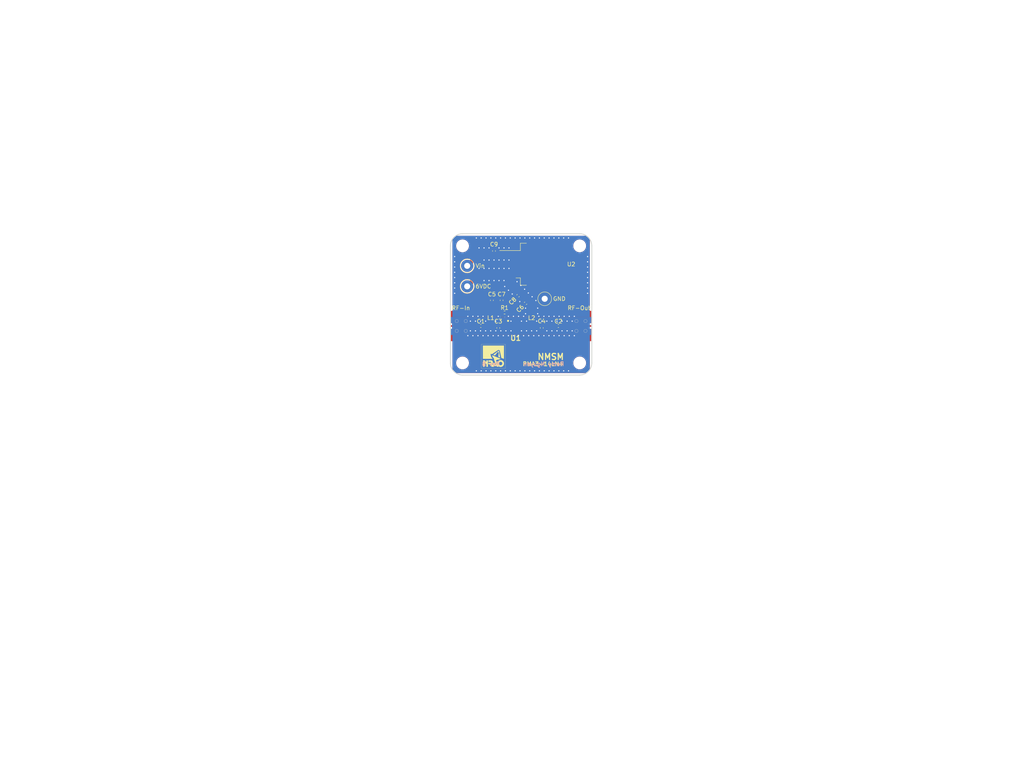
<source format=kicad_pcb>
(kicad_pcb (version 20221018) (generator pcbnew)
  (layers (0 "F.Cu" signal) (1 "In1.Cu" signal) (2 "In2.Cu" signal) (31 "B.Cu" signal) (34 "B.Paste" user) (35 "F.Paste" user) (36 "B.SilkS" user "B.Silkscreen") (37 "F.SilkS" user "F.Silkscreen") (38 "B.Mask" user) (39 "F.Mask" user) (44 "Edge.Cuts" user))
  (net 0 "")
  (net 1 "Net-(J1-In)")
  (net 2 "Net-(J2-In)")
  (net 3 "GND")
  (net 4 "6VDC")
  (net 5 "Vin")
  (net 7 "Net-(IC1-RF-OUT_&_VDD)")
  (net 8 "Net-(IC1-RF-IN)")
  (net 9 "Net-(IC1-CURRENT_MIRROR)")
  (footprint "Capacitor_SMD:C_0402_1005Metric" (layer "F.Cu") (at 132.02 93.35)
    (fp_text reference "C1" (at 0 -1.16) (layer "F.SilkS"))
    (fp_text value "0.01 uF")
    (pad "1" smd roundrect (at -0.48 0) (size 0.56 0.37) (layers "F.Cu" "F.Paste" "F.Mask") (net 1 "Net-(J1-In)"))
    (pad "2" smd roundrect (at 0.48 0) (size 0.56 0.37) (layers "F.Cu" "F.Paste" "F.Mask") (net 8 "Net-(IC1-RF-IN)"))
  )
  (footprint "Package_TO_SOT_SMD:TO-263-2" (layer "F.Cu") (at 146.65 78.05)
    (fp_text reference "U2" (at 7.75 0) (layer "F.SilkS"))
    (fp_text value "L7806")
    (pad "1" smd roundrect (at -7.65 -2.54) (size 4.6 1.1) (layers "F.Cu" "F.Paste" "F.Mask") (roundrect_rratio 0.2272727273) (net 5 "Vin"))
    (pad "2" smd roundrect (at -0.925 -2.775) (size 4.55 5.25) (layers "F.Cu" "F.Paste") (roundrect_rratio 0.05494505495) (net 3 "GND"))
    (pad "2" smd roundrect (at -0.925 2.775) (size 4.55 5.25) (layers "F.Cu" "F.Paste") (roundrect_rratio 0.05494505495) (net 3 "GND"))
    (pad "2" smd roundrect (at 1.5 0) (size 9.4 10.8) (layers "F.Cu" "F.Mask") (roundrect_rratio 0.02659595745) (net 3 "GND"))
    (pad "2" smd roundrect (at 3.925 -2.775) (size 4.55 5.25) (layers "F.Cu" "F.Paste") (roundrect_rratio 0.05494505495) (net 3 "GND"))
    (pad "2" smd roundrect (at 3.925 2.775) (size 4.55 5.25) (layers "F.Cu" "F.Paste") (roundrect_rratio 0.05494505495) (net 3 "GND"))
    (pad "3" smd roundrect (at -7.65 2.54) (size 4.6 1.1) (layers "F.Cu" "F.Paste" "F.Mask") (roundrect_rratio 0.2272727273) (net 4 "6VDC"))
  )
  (footprint "Capacitor_SMD:C_0402_1005Metric" (layer "F.Cu") (at 135.29 74.77 90)
    (fp_text reference "C9" (at 1.65 0) (layer "F.SilkS"))
    (fp_text value "0.33 uF")
    (pad "1" smd roundrect (at -0.48 0 90) (size 0.56 0.62) (layers "F.Cu" "F.Paste" "F.Mask") (net 5 "Vin"))
    (pad "2" smd roundrect (at 0.48 0 90) (size 0.56 0.62) (layers "F.Cu" "F.Paste" "F.Mask") (net 3 "GND"))
  )
  (footprint "Capacitor_SMD:C_0402_1005Metric" (layer "F.Cu") (at 143.11 87.72 -135)
    (fp_text reference "C6" (at 1.9 0 45) (layer "F.SilkS"))
    (fp_text value "100 pF")
    (pad "1" smd roundrect (at -0.48 0 225) (size 0.56 0.62) (layers "F.Cu" "F.Paste" "F.Mask") (net 4 "6VDC"))
    (pad "2" smd roundrect (at 0.48 0 225) (size 0.56 0.62) (layers "F.Cu" "F.Paste" "F.Mask") (net 3 "GND"))
  )
  (footprint "Capacitor_SMD:C_0402_1005Metric" (layer "F.Cu") (at 134.77 86.99 -90)
    (fp_text reference "C5" (at -1.5 0 -180) (layer "F.SilkS"))
    (fp_text value "100 pF")
    (pad "1" smd roundrect (at -0.48 0 270) (size 0.56 0.62) (layers "F.Cu" "F.Paste" "F.Mask") (net 3 "GND"))
    (pad "2" smd roundrect (at 0.48 0 270) (size 0.56 0.62) (layers "F.Cu" "F.Paste" "F.Mask") (net 9 "Net-(IC1-CURRENT_MIRROR)"))
  )
  (footprint "TestPoint:TestPoint_Loop_D2.54mm_Drill1.5mm_Beaded" (layer "F.Cu") (at 147.84 86.61)
    (fp_text reference "TP1")
    (fp_text value "GND")
    (fp_text user "GND" (at 2 0) (layer "F.SilkS") (effects (justify left)))
    (pad "1" thru_hole circle (at 0 0) (size 3 3) (drill 1.5) (layers "*.Cu" "*.Mask") (net 3 "GND"))
  )
  (footprint "Mini-Circuits:QFN51P300X300X89-13N" (layer "F.Cu") (at 140.65 93.35)
    (fp_text reference "U1" (at 0 3) (layer "F.SilkS") (effects (font (size 1.27 1.27) (thickness 0.254))))
    (fp_text value "PMA3-14LN+" hide)
    (pad "1" smd rect (at -1.45 -0.51 90) (size 0.25 0.85) (layers "F.Cu" "F.Paste" "F.Mask") (net 9 "Net-(IC1-CURRENT_MIRROR)"))
    (pad "2" smd rect (at -1.45 0 90) (size 0.25 0.85) (layers "F.Cu" "F.Paste" "F.Mask") (net 8 "Net-(IC1-RF-IN)"))
    (pad "3" smd rect (at -1.45 0.51 90) (size 0.25 0.85) (layers "F.Cu" "F.Paste" "F.Mask") (net 3 "GND"))
    (pad "4" smd rect (at -0.51 1.45) (size 0.25 0.85) (layers "F.Cu" "F.Paste" "F.Mask") (net 3 "GND"))
    (pad "5" smd rect (at 0 1.45) (size 0.25 0.85) (layers "F.Cu" "F.Paste" "F.Mask") (net 3 "GND"))
    (pad "6" smd rect (at 0.51 1.45) (size 0.25 0.85) (layers "F.Cu" "F.Paste" "F.Mask") (net 3 "GND"))
    (pad "7" smd rect (at 1.45 0.51 90) (size 0.25 0.85) (layers "F.Cu" "F.Paste" "F.Mask") (net 3 "GND"))
    (pad "8" smd rect (at 1.45 0 90) (size 0.25 0.85) (layers "F.Cu" "F.Paste" "F.Mask") (net 7 "Net-(IC1-RF-OUT_&_VDD)"))
    (pad "9" smd rect (at 1.45 -0.51 90) (size 0.25 0.85) (layers "F.Cu" "F.Paste" "F.Mask") (net 3 "GND"))
    (pad "10" smd rect (at 0.51 -1.45) (size 0.25 0.85) (layers "F.Cu" "F.Paste" "F.Mask"))
    (pad "11" smd rect (at 0 -1.45) (size 0.25 0.85) (layers "F.Cu" "F.Paste" "F.Mask") (net 3 "GND"))
    (pad "12" smd rect (at -0.51 -1.45) (size 0.25 0.85) (layers "F.Cu" "F.Paste" "F.Mask") (net 3 "GND"))
    (pad "13" smd rect (at 0 0) (size 1.45 1.45) (layers "F.Cu" "F.Paste" "F.Mask") (net 3 "GND"))
  )
  (footprint "Capacitor_SMD:C_0402_1005Metric" (layer "F.Cu") (at 147.11 93.83 90)
    (fp_text reference "C4" (at 1.68 0 180) (layer "F.SilkS"))
    (fp_text value "0.1 pF")
    (pad "1" smd roundrect (at -0.48 0 90) (size 0.56 0.62) (layers "F.Cu" "F.Paste" "F.Mask") (net 3 "GND"))
    (pad "2" smd roundrect (at 0.48 0 90) (size 0.37 0.72) (layers "F.Cu" "F.Paste" "F.Mask") (net 7 "Net-(IC1-RF-OUT_&_VDD)"))
  )
  (footprint "rf-dfs:Mueller BU-1420761881-RevB" (layer "F.Cu") (at 154.96 93.35 180)
    (fp_text reference "J2")
    (fp_text value "Conn_Coaxial")
    (fp_text user "RF-Out" (at -4.29 4.46 180) (layer "F.SilkS") (effects (justify right)))
    (fp_circle (center -2.9718 -1.2192) (end -2.5654 -1.2192) (stroke (width 0.05)) (fill none) (layer "Edge.Cuts"))
    (fp_circle (center -2.9718 1.2192) (end -2.5654 1.2192) (stroke (width 0.05)) (fill none) (layer "Edge.Cuts"))
    (fp_circle (center -0.7366 -1.2192) (end -0.3302 -1.2192) (stroke (width 0.05)) (fill none) (layer "Edge.Cuts"))
    (fp_circle (center -0.7366 1.2192) (end -0.3302 1.2192) (stroke (width 0.05)) (fill none) (layer "Edge.Cuts"))
    (pad "1" smd rect (at -1.8542 0 180) (size 5.08 0.41) (layers "F.Cu" "F.Paste" "F.Mask") (net 2 "Net-(J2-In)"))
    (pad "2" smd rect (at -1.8542 -2.2292 180) (size 5.08 3.048) (layers "F.Cu" "F.Paste" "F.Mask") (net 3 "GND"))
    (pad "2" smd rect (at -1.8542 -1.4672 180) (size 5.08 1.524) (layers "B.Cu" "B.Paste" "B.Mask") (net 3 "GND"))
    (pad "2" smd rect (at -1.8542 1.4672 180) (size 5.08 1.524) (layers "B.Cu" "B.Paste" "B.Mask") (net 3 "GND"))
    (pad "2" smd rect (at -1.8542 2.2292 180) (size 5.08 3.048) (layers "F.Cu" "F.Paste" "F.Mask") (net 3 "GND"))
    (zone (net 0) (net_name "") (layer "F.Cu") (name "F.Cu Pad Clearance") (connect_pads (clearance 0)) (min_thickness 0.25)
      (keepout (tracks allowed) (vias not_allowed) (pads allowed) (copperpour not_allowed) (footprints allowed))
      (fill (thermal_gap 0.5) (thermal_bridge_width 0.5))
      (polygon (pts (xy 159.3542 94.05612) (xy 154.2742 94.05612) (xy 154.2742 92.64388) (xy 159.3542 92.64388)))
    )
  )
  (footprint "FabDrawingTemplates:FabDrawing-4Layer-Metric-Compact-OSH" (layer "F.Cu") (at 55.5 135.5)
    (fp_text reference " " hide)
    (fp_text value " " hide)
  )
  (footprint "Capacitor_SMD:C_0402_1005Metric" (layer "F.Cu") (at 136.35 93.83 90)
    (fp_text reference "C3" (at 1.63 0 180) (layer "F.SilkS"))
    (fp_text value "0.2 pF")
    (pad "1" smd roundrect (at -0.48 0 90) (size 0.56 0.62) (layers "F.Cu" "F.Paste" "F.Mask") (net 3 "GND"))
    (pad "2" smd roundrect (at 0.48 0 90) (size 0.37 0.72) (layers "F.Cu" "F.Paste" "F.Mask") (net 8 "Net-(IC1-RF-IN)"))
  )
  (footprint "TestPoint:TestPoint_Loop_D2.54mm_Drill1.5mm_Beaded" (layer "F.Cu") (at 128.65 83.53)
    (fp_text reference "TP3")
    (fp_text value "6VDC")
    (fp_text user "6VDC" (at 2 0) (layer "F.SilkS") (effects (justify left)))
    (pad "1" thru_hole circle (at 0 0) (size 3 3) (drill 1.5) (layers "*.Cu" "*.Mask") (net 4 "6VDC"))
  )
  (footprint "MountingHole:MountingHole_2.7mm_M2.5" (layer "F.Cu") (at 156.5 102.5)
    (fp_text reference "REF**" hide)
    (fp_text value "MountingHole_2.7mm_M2.5" hide)
    (pad "" np_thru_hole circle (at 0 0) (size 2.7 2.7) (drill 2.7) (layers "*.Mask" "F.Cu" "In1.Cu" "In2.Cu" "B.Cu"))
  )
  (footprint "Capacitor_SMD:C_0402_1005Metric" (layer "F.Cu") (at 137.17 86.99 -90)
    (fp_text reference "C7" (at -1.5 0 -180) (layer "F.SilkS"))
    (fp_text value "0.1 uF")
    (pad "1" smd roundrect (at -0.48 0 270) (size 0.56 0.62) (layers "F.Cu" "F.Paste" "F.Mask") (net 3 "GND"))
    (pad "2" smd roundrect (at 0.48 0 270) (size 0.56 0.62) (layers "F.Cu" "F.Paste" "F.Mask") (net 9 "Net-(IC1-CURRENT_MIRROR)"))
  )
  (footprint "Capacitor_SMD:C_0402_1005Metric" (layer "F.Cu") (at 151.23 93.35)
    (fp_text reference "C2" (at 0 -1.16) (layer "F.SilkS"))
    (fp_text value "0.01 uF")
    (pad "1" smd roundrect (at -0.48 0) (size 0.56 0.37) (layers "F.Cu" "F.Paste" "F.Mask") (net 7 "Net-(IC1-RF-OUT_&_VDD)"))
    (pad "2" smd roundrect (at 0.48 0) (size 0.56 0.37) (layers "F.Cu" "F.Paste" "F.Mask") (net 2 "Net-(J2-In)"))
  )
  (footprint "Resistor_SMD:R_0402_1005Metric" (layer "F.Cu") (at 137.91 90)
    (fp_text reference "R1" (at 0 -1.17) (layer "F.SilkS"))
    (fp_text value "510 Ω")
    (pad "1" smd roundrect (at -0.51 0) (size 0.54 0.64) (layers "F.Cu" "F.Paste" "F.Mask") (net 9 "Net-(IC1-CURRENT_MIRROR)"))
    (pad "2" smd roundrect (at 0.51 0) (size 0.54 0.64) (layers "F.Cu" "F.Paste" "F.Mask") (net 3 "GND"))
  )
  (footprint "Inductor_SMD:L_0402_1005Metric" (layer "F.Cu") (at 144.6 92.865 -90)
    (fp_text reference "L2" (at -1.525 0) (layer "F.SilkS"))
    (fp_text value "900 nH")
    (pad "1" smd rect (at -0.485 0 270) (size 0.59 0.64) (layers "F.Cu" "F.Paste" "F.Mask") (net 4 "6VDC") (clearance 0.3))
    (pad "2" smd roundrect (at 0.485 0 270) (size 0.37 0.72) (layers "F.Cu" "F.Paste" "F.Mask") (net 7 "Net-(IC1-RF-OUT_&_VDD)"))
  )
  (footprint "TestPoint:TestPoint_Loop_D2.54mm_Drill1.5mm_Beaded" (layer "F.Cu") (at 128.65 78.45)
    (fp_text reference "TP2")
    (fp_text value "Vin")
    (fp_text user "Vin" (at 2 0) (layer "F.SilkS") (effects (justify left)))
    (pad "1" thru_hole circle (at 0 0) (size 3 3) (drill 1.5) (layers "*.Cu" "*.Mask") (net 5 "Vin"))
  )
  (footprint "Capacitor_SMD:C_0402_1005Metric" (layer "F.Cu") (at 141.24 85.85 -135)
    (fp_text reference "C8" (at 1.9 0 45) (layer "F.SilkS"))
    (fp_text value "0.1 uf")
    (pad "1" smd roundrect (at -0.48 0 225) (size 0.56 0.62) (layers "F.Cu" "F.Paste" "F.Mask") (net 4 "6VDC"))
    (pad "2" smd roundrect (at 0.48 0 225) (size 0.56 0.62) (layers "F.Cu" "F.Paste" "F.Mask") (net 3 "GND"))
  )
  (footprint "footprints.pretty:nrao1_6mm_silk" (layer "F.Cu") (at 135.15 100.85)
    (fp_text reference "G***" hide)
    (fp_text value "LOGO" hide)
  )
  (footprint "rf-dfs:GCPW_osh3_90mm_user" (layer "F.Cu") (at 207 147.5)
    (fp_text reference "REF**" hide)
    (fp_text value "LOGO" hide)
  )
  (footprint "Inductor_SMD:L_0402_1005Metric" (layer "F.Cu") (at 134.47 92.865 -90)
    (fp_text reference "L1" (at -1.535 0) (layer "F.SilkS"))
    (fp_text value "900 nH")
    (pad "1" smd rect (at -0.485 0 270) (size 0.59 0.64) (layers "F.Cu" "F.Paste" "F.Mask") (net 9 "Net-(IC1-CURRENT_MIRROR)") (clearance 0.3))
    (pad "2" smd roundrect (at 0.485 0 270) (size 0.37 0.72) (layers "F.Cu" "F.Paste" "F.Mask") (net 8 "Net-(IC1-RF-IN)"))
  )
  (footprint "MountingHole:MountingHole_2.7mm_M2.5" (layer "F.Cu") (at 156.5 73.5)
    (fp_text reference "REF**" hide)
    (fp_text value "MountingHole_2.7mm_M2.5" hide)
    (pad "" np_thru_hole circle (at 0 0) (size 2.7 2.7) (drill 2.7) (layers "*.Mask" "F.Cu" "In1.Cu" "In2.Cu" "B.Cu"))
  )
  (footprint "MountingHole:MountingHole_2.7mm_M2.5" (layer "F.Cu") (at 127.5 73.5)
    (fp_text reference "REF**" hide)
    (fp_text value "MountingHole_2.7mm_M2.5" hide)
    (pad "" np_thru_hole circle (at 0 0) (size 2.7 2.7) (drill 2.7) (layers "*.Mask" "F.Cu" "In1.Cu" "In2.Cu" "B.Cu"))
  )
  (footprint "rf-dfs:Mueller BU-1420761881-RevB" (layer "F.Cu") (at 129.04 93.35)
    (fp_text reference "J1")
    (fp_text value "Conn_Coaxial")
    (fp_text user "RF-In" (at -4.28 -4.44) (layer "F.SilkS") (effects (justify left)))
    (fp_circle (center -2.9718 -1.2192) (end -2.5654 -1.2192) (stroke (width 0.05)) (fill none) (layer "Edge.Cuts"))
    (fp_circle (center -2.9718 1.2192) (end -2.5654 1.2192) (stroke (width 0.05)) (fill none) (layer "Edge.Cuts"))
    (fp_circle (center -0.7366 -1.2192) (end -0.3302 -1.2192) (stroke (width 0.05)) (fill none) (layer "Edge.Cuts"))
    (fp_circle (center -0.7366 1.2192) (end -0.3302 1.2192) (stroke (width 0.05)) (fill none) (layer "Edge.Cuts"))
    (pad "1" smd rect (at -1.8542 0) (size 5.08 0.41) (layers "F.Cu" "F.Paste" "F.Mask") (net 1 "Net-(J1-In)"))
    (pad "2" smd rect (at -1.8542 -2.2292) (size 5.08 3.048) (layers "F.Cu" "F.Paste" "F.Mask") (net 3 "GND"))
    (pad "2" smd rect (at -1.8542 -1.4672) (size 5.08 1.524) (layers "B.Cu" "B.Paste" "B.Mask") (net 3 "GND"))
    (pad "2" smd rect (at -1.8542 1.4672) (size 5.08 1.524) (layers "B.Cu" "B.Paste" "B.Mask") (net 3 "GND"))
    (pad "2" smd rect (at -1.8542 2.2292) (size 5.08 3.048) (layers "F.Cu" "F.Paste" "F.Mask") (net 3 "GND"))
    (zone (net 0) (net_name "") (layer "F.Cu") (name "F.Cu Pad Clearance") (connect_pads (clearance 0)) (min_thickness 0.25)
      (keepout (tracks allowed) (vias not_allowed) (pads allowed) (copperpour not_allowed) (footprints allowed))
      (fill (thermal_gap 0.5) (thermal_bridge_width 0.5))
      (polygon (pts (xy 124.6458 92.64388) (xy 129.7258 92.64388) (xy 129.7258 94.05612) (xy 124.6458 94.05612)))
    )
  )
  (footprint "MountingHole:MountingHole_2.7mm_M2.5" (layer "F.Cu") (at 127.5 102.5)
    (fp_text reference "REF**" hide)
    (fp_text value "MountingHole_2.7mm_M2.5" hide)
    (pad "" np_thru_hole circle (at 0 0) (size 2.7 2.7) (drill 2.7) (layers "*.Cu" "*.Mask"))
  )
  (gr_arc (start 159.500001 102.500001) (mid 158.621321 104.621321) (end 156.500001 105.500001) (stroke (width 0.2)) (layer "Edge.Cuts"))
  (gr_line (start 159.5 88) (end 159.500001 73.499999) (stroke (width 0.2)) (layer "Edge.Cuts"))
  (gr_arc (start 124.5 73.5) (mid 125.37868 71.37868) (end 127.5 70.5) (stroke (width 0.2)) (layer "Edge.Cuts"))
  (gr_line (start 156.500001 70.499999) (end 127.5 70.5) (stroke (width 0.2)) (layer "Edge.Cuts"))
  (gr_arc (start 156.500001 70.499999) (mid 158.621321 71.378679) (end 159.500001 73.499999) (stroke (width 0.2)) (layer "Edge.Cuts"))
  (gr_line (start 159.500001 102.500001) (end 159.5 88) (stroke (width 0.2)) (layer "Edge.Cuts"))
  (gr_line (start 127.499999 105.500001) (end 156.500001 105.500001) (stroke (width 0.2)) (layer "Edge.Cuts"))
  (gr_line (start 124.5 73.5) (end 124.5 88) (stroke (width 0.2)) (layer "Edge.Cuts"))
  (gr_arc (start 127.499999 105.500001) (mid 125.378679 104.621321) (end 124.499999 102.500001) (stroke (width 0.2)) (layer "Edge.Cuts"))
  (gr_line (start 124.5 88) (end 124.499999 102.500001) (stroke (width 0.2)) (layer "Edge.Cuts"))
  (gr_text "Remy Nguyen" (at 152.75 103.35) (layer "B.SilkS") (effects (font (size 1 1) (thickness 0.2) bold) (justify left bottom mirror)))
  (gr_text "Rev B" (at 132.2 103.35) (layer "B.SilkS") (effects (font (size 1 1) (thickness 0.2) bold) (justify right bottom mirror)))
  (gr_text "NMSM\n" (at 152.75 101.85) (layer "F.SilkS") (effects (font (size 1.5 1.5) (thickness 0.3) bold) (justify right bottom)))
  (gr_text "PMA3-14LN+" (at 152.75 103.35) (layer "F.SilkS") (effects (font (size 1 1) (thickness 0.2) bold) (justify right bottom)))
  (segment (start 127.1858 93.35) (end 131.54 93.35) (width 0.37) (layer "F.Cu") (net 1))
  (segment (start 151.71 93.35) (end 156.8142 93.35) (width 0.37) (layer "F.Cu") (net 2))
  (segment (start 148.36 74.35) (end 148.4 74.39) (width 0.25) (layer "F.Cu") (net 3))
  (via (at 136.92439 104.45) (size 0.6) (drill 0.3) (layers "F.Cu" "B.Cu") (net 3))
  (via (at 145.66066 87.03934) (size 0.6) (drill 0.3) (layers "F.Cu" "B.Cu") (net 3))
  (via (at 131.3222 90.95) (size 0.6) (drill 0.3) (layers "F.Cu" "B.Cu") (net 3))
  (via (at 150.87745 94.55) (size 0.6) (drill 0.3) (layers "F.Cu" "B.Cu") (net 3))
  (via (at 131.3222 95.75) (size 0.6) (drill 0.3) (layers "F.Cu" "B.Cu") (net 3))
  (via (at 133.318292 71.55) (size 0.6) (drill 0.3) (layers "F.Cu" "B.Cu") (net 3))
  (via (at 146.1 90.305) (size 0.6) (drill 0.3) (layers "F.Cu" "B.Cu") (net 3))
  (via (at 129.4472 94.55) (size 0.6) (drill 0.3) (layers "F.Cu" "B.Cu") (net 3))
  (via (at 135.72395 94.55) (size 0.6) (drill 0.3) (layers "F.Cu" "B.Cu") (net 3))
  (via (at 130.06535 95.75) (size 0.6) (drill 0.3) (layers "F.Cu" "B.Cu") (net 3))
  (via (at 153.38815 94.55) (size 0.6) (drill 0.3) (layers "F.Cu" "B.Cu") (net 3))
  (via (at 153.741463 104.45) (size 0.6) (drill 0.3) (layers "F.Cu" "B.Cu") (net 3))
  (via (at 142.930487 104.45) (size 0.6) (drill 0.3) (layers "F.Cu" "B.Cu") (net 3))
  (via (at 138.8543 95.75) (size 0.6) (drill 0.3) (layers "F.Cu" "B.Cu") (net 3))
  (via (at 130.70255 94.55) (size 0.6) (drill 0.3) (layers "F.Cu" "B.Cu") (net 3))
  (via (at 158.45 85.25) (size 0.6) (drill 0.3) (layers "F.Cu" "B.Cu") (net 3))
  (via (at 136.53 82.09) (size 0.6) (drill 0.3) (layers "F.Cu" "B.Cu") (net 3))
  (via (at 145.85605 94.55) (size 0.6) (drill 0.3) (layers "F.Cu" "B.Cu") (net 3))
  (via (at 130.918292 104.45) (size 0.6) (drill 0.3) (layers "F.Cu" "B.Cu") (net 3))
  (via (at 148.8971 95.75) (size 0.6) (drill 0.3) (layers "F.Cu" "B.Cu") (net 3))
  (via (at 128.81 90.95) (size 0.6) (drill 0.3) (layers "F.Cu" "B.Cu") (net 3))
  (via (at 144.727326 86.106006) (size 0.6) (drill 0.3) (layers "F.Cu" "B.Cu") (net 3))
  (via (at 136.53 74.01) (size 0.6) (drill 0.3) (layers "F.Cu" "B.Cu") (net 3))
  (via (at 152.1328 92.15) (size 0.6) (drill 0.3) (layers "F.Cu" "B.Cu") (net 3))
  (via (at 142.928048 71.55) (size 0.6) (drill 0.3) (layers "F.Cu" "B.Cu") (net 3))
  (via (at 148.934146 71.55) (size 0.6) (drill 0.3) (layers "F.Cu" "B.Cu") (net 3))
  (via (at 136.53 77.01) (size 0.6) (drill 0.3) (layers "F.Cu" "B.Cu") (net 3))
  (via (at 135.72395 92.15) (size 0.6) (drill 0.3) (layers "F.Cu" "B.Cu") (net 3))
  (via (at 132.825 82.09) (size 0.6) (drill 0.3) (layers "F.Cu" "B.Cu") (net 3))
  (via (at 145.13105 95.75) (size 0.6) (drill 0.3) (layers "F.Cu" "B.Cu") (net 3))
  (via (at 147.732926 71.55) (size 0.6) (drill 0.3) (layers "F.Cu" "B.Cu") (net 3))
  (via (at 143.34535 94.55) (size 0.6) (drill 0.3) (layers "F.Cu" "B.Cu") (net 3))
  (via (at 140.993993 82.372673) (size 0.6) (drill 0.3) (layers "F.Cu" "B.Cu") (net 3))
  (via (at 151.336585 71.55) (size 0.6) (drill 0.3) (layers "F.Cu" "B.Cu") (net 3))
  (via (at 142.86066 84.23934) (size 0.6) (drill 0.3) (layers "F.Cu" "B.Cu") (net 3))
  (via (at 138.12317 71.55) (size 0.6) (drill 0.3) (layers "F.Cu" "B.Cu") (net 3))
  (via (at 152.537804 71.55) (size 0.6) (drill 0.3) (layers "F.Cu" "B.Cu") (net 3))
  (via (at 152.665 90.95) (size 0.6) (drill 0.3) (layers "F.Cu" "B.Cu") (net 3))
  (via (at 150.15245 90.95) (size 0.6) (drill 0.3) (layers "F.Cu" "B.Cu") (net 3))
  (via (at 148.936585 104.45) (size 0.6) (drill 0.3) (layers "F.Cu" "B.Cu") (net 3))
  (via (at 142.09 92.15) (size 0.6) (drill 0.3) (layers "F.Cu" "B.Cu") (net 3))
  (via (at 134.521951 104.45) (size 0.6) (drill 0.3) (layers "F.Cu" "B.Cu") (net 3))
  (via (at 158.45 78.75) (size 0.6) (drill 0.3) (layers "F.Cu" "B.Cu") (net 3))
  (via (at 135.08825 95.75) (size 0.6) (drill 0.3) (layers "F.Cu" "B.Cu") (net 3))
  (via (at 137.765 82.09) (size 0.6) (drill 0.3) (layers "F.Cu" "B.Cu") (net 3))
  (via (at 132.117073 71.55) (size 0.6) (drill 0.3) (layers "F.Cu" "B.Cu") (net 3))
  (via (at 125.55 80.05) (size 0.6) (drill 0.3) (layers "F.Cu" "B.Cu") (net 3))
  (via (at 141.365 90.95) (size 0.6) (drill 0.3) (layers "F.Cu" "B.Cu") (net 3))
  (via (at 132.825 74.01) (size 0.6) (drill 0.3) (layers "F.Cu" "B.Cu") (net 3))
  (via (at 143.793993 85.172673) (size 0.6) (drill 0.3) (layers "F.Cu" "B.Cu") (net 3))
  (via (at 131.59 74.01) (size 0.6) (drill 0.3) (layers "F.Cu" "B.Cu") (net 3))
  (via (at 136.3436 90.95) (size 0.6) (drill 0.3) (layers "F.Cu" "B.Cu") (net 3))
  (via (at 138.125609 104.45) (size 0.6) (drill 0.3) (layers "F.Cu" "B.Cu") (net 3))
  (via (at 133.21325 94.55) (size 0.6) (drill 0.3) (layers "F.Cu" "B.Cu") (net 3))
  (via (at 141.927326 83.306006) (size 0.6) (drill 0.3) (layers "F.Cu" "B.Cu") (net 3))
  (via (at 130.70255 92.15) (size 0.6) (drill 0.3) (layers "F.Cu" "B.Cu") (net 3))
  (via (at 150.87745 92.15) (size 0.6) (drill 0.3) (layers "F.Cu" "B.Cu") (net 3))
  (via (at 142.09 94.55) (size 0.6) (drill 0.3) (layers "F.Cu" "B.Cu") (net 3))
  (via (at 147.64175 90.95) (size 0.6) (drill 0.3) (layers "F.Cu" "B.Cu") (net 3))
  (via (at 132.825 77.01) (size 0.6) (drill 0.3) (layers "F.Cu" "B.Cu") (net 3))
  (via (at 155.1757 95.75) (size 0.6) (drill 0.3) (layers "F.Cu" "B.Cu") (net 3))
  (via (at 145.330487 71.55) (size 0.6) (drill 0.3) (layers "F.Cu" "B.Cu") (net 3))
  (via (at 141.365 95.75) (size 0.6) (drill 0.3) (layers "F.Cu" "B.Cu") (net 3))
  (via (at 152.1328 94.55) (size 0.6) (drill 0.3) (layers "F.Cu" "B.Cu") (net 3))
  (via (at 147.64175 95.75) (size 0.6) (drill 0.3) (layers "F.Cu" "B.Cu") (net 3))
  (via (at 130.915853 71.55) (size 0.6) (drill 0.3) (layers "F.Cu" "B.Cu") (net 3))
  (via (at 138.8543 90.95) (size 0.6) (drill 0.3) (layers "F.Cu" "B.Cu") (net 3))
  (via (at 130.06535 90.95) (size 0.6) (drill 0.3) (layers "F.Cu" "B.Cu") (net 3))
  (via (at 151.4078 95.75) (size 0.6) (drill 0.3) (layers "F.Cu" "B.Cu") (net 3))
  (via (at 144.129268 71.55) (size 0.6) (drill 0.3) (layers "F.Cu" "B.Cu") (net 3))
  (via (at 152.540243 104.45) (size 0.6) (drill 0.3) (layers "F.Cu" "B.Cu") (net 3))
  (via (at 125.55 82.65) (size 0.6) (drill 0.3) (layers "F.Cu" "B.Cu") (net 3))
  (via (at 153.92035 90.95) (size 0.6) (drill 0.3) (layers "F.Cu" "B.Cu") (net 3))
  (via (at 131.59 79.09) (size 0.6) (drill 0.3) (layers "F.Cu" "B.Cu") (net 3))
  (via (at 150.137804 104.45) (size 0.6) (drill 0.3) (layers "F.Cu" "B.Cu") (net 3))
  (via (at 128.81 95.75) (size 0.6) (drill 0.3) (layers "F.Cu" "B.Cu") (net 3))
  (via (at 132.119512 104.45) (size 0.6) (drill 0.3) (layers "F.Cu" "B.Cu") (net 3))
  (via (at 141.726829 71.55) (size 0.6) (drill 0.3) (layers "F.Cu" "B.Cu") (net 3))
  (via (at 135.295 82.09) (size 0.6) (drill 0.3) (layers "F.Cu" "B.Cu") (net 3))
  (via (at 141.729268 104.45) (size 0.6) (drill 0.3) (layers "F.Cu" "B.Cu") (net 3))
  (via (at 137.765 74.01) (size 0.6) (drill 0.3) (layers "F.Cu" "B.Cu") (net 3))
  (via (at 140.10965 95.75) (size 0.6) (drill 0.3) (layers "F.Cu" "B.Cu") (net 3))
  (via (at 155.1757 90.95) (size 0.6) (drill 0.3) (layers "F.Cu" "B.Cu") (net 3))
  (via (at 158.45 80.05) (size 0.6) (drill 0.3) (layers "F.Cu" "B.Cu") (net 3))
  (via (at 133.21325 92.15) (size 0.6) (drill 0.3) (layers "F.Cu" "B.Cu") (net 3))
  (via (at 138.872673 84.493993) (size 0.6) (drill 0.3) (layers "F.Cu" "B.Cu") (net 3))
  (via (at 134.4686 94.55) (size 0.6) (drill 0.3) (layers "F.Cu" "B.Cu") (net 3))
  (via (at 140.525609 71.55) (size 0.6) (drill 0.3) (layers "F.Cu" "B.Cu") (net 3))
  (via (at 154.6435 94.55) (size 0.6) (drill 0.3) (layers "F.Cu" "B.Cu") (net 3))
  (via (at 151.4078 90.95) (size 0.6) (drill 0.3) (layers "F.Cu" "B.Cu") (net 3))
  (via (at 144.131707 104.45) (size 0.6) (drill 0.3) (layers "F.Cu" "B.Cu") (net 3))
  (via (at 146.531707 71.55) (size 0.6) (drill 0.3) (layers "F.Cu" "B.Cu") (net 3))
  (via (at 132.825 79.09) (size 0.6) (drill 0.3) (layers "F.Cu" "B.Cu") (net 3))
  (via (at 137.765 77.01) (size 0.6) (drill 0.3) (layers "F.Cu" "B.Cu") (net 3))
  (via (at 147.1114 92.15) (size 0.6) (drill 0.3) (layers "F.Cu" "B.Cu") (net 3))
  (via (at 142.62035 90.95) (size 0.6) (drill 0.3) (layers "F.Cu" "B.Cu") (net 3))
  (via (at 136.53 79.09) (size 0.6) (drill 0.3) (layers "F.Cu" "B.Cu") (net 3))
  (via (at 136.3436 95.75) (size 0.6) (drill 0.3) (layers "F.Cu" "B.Cu") (net 3))
  (via (at 125.55 85.25) (size 0.6) (drill 0.3) (layers "F.Cu" "B.Cu") (net 3))
  (via (at 143.1 90.305) (size 0.6) (drill 0.3) (layers "F.Cu" "B.Cu") (net 3))
  (via (at 145.332926 104.45) (size 0.6) (drill 0.3) (layers "F.Cu" "B.Cu") (net 3))
  (via (at 132.57755 95.75) (size 0.6) (drill 0.3) (layers "F.Cu" "B.Cu") (net 3))
  (via (at 146.1 88.93) (size 0.6) (drill 0.3) (layers "F.Cu" "B.Cu") (net 3))
  (via (at 158.45 76.15) (size 0.6) (drill 0.3) (layers "F.Cu" "B.Cu") (net 3))
  (via (at 146.3864 90.95) (size 0.6) (drill 0.3) (layers "F.Cu" "B.Cu") (net 3))
  (via (at 136.921951 71.55) (size 0.6) (drill 0.3) (layers "F.Cu" "B.Cu") (net 3))
  (via (at 150.135365 71.55) (size 0.6) (drill 0.3) (layers "F.Cu" "B.Cu") (net 3))
  (via (at 152.66315 95.75) (size 0.6) (drill 0.3) (layers "F.Cu" "B.Cu") (net 3))
  (via (at 143.8757 95.75) (size 0.6) (drill 0.3) (layers "F.Cu" "B.Cu") (net 3))
  (via (at 142.62035 95.75) (size 0.6) (drill 0.3) (layers "F.Cu" "B.Cu") (net 3))
  (via (at 138.23465 94.55) (size 0.6) (drill 0.3) (layers "F.Cu" "B.Cu") (net 3))
  (via (at 139 79.09) (size 0.6) (drill 0.3) (layers "F.Cu" "B.Cu") (net 3))
  (via (at 147.735365 104.45) (size 0.6) (drill 0.3) (layers "F.Cu" "B.Cu") (net 3))
  (via (at 148.36675 92.15) (size 0.6) (drill 0.3) (layers "F.Cu" "B.Cu") (net 3))
  (via (at 137.765 79.09) (size 0.6) (drill 0.3) (layers "F.Cu" "B.Cu") (net 3))
  (via (at 136.9793 94.55) (size 0.6) (drill 0.3) (layers "F.Cu" "B.Cu") (net 3))
  (via (at 139 74.01) (size 0.6) (drill 0.3) (layers "F.Cu" "B.Cu") (net 3))
  (via (at 150.15245 95.75) (size 0.6) (drill 0.3) (layers "F.Cu" "B.Cu") (net 3))
  (via (at 125.55 81.35) (size 0.6) (drill 0.3) (layers "F.Cu" "B.Cu") (net 3))
  (via (at 134.06 79.09) (size 0.6) (drill 0.3) (layers "F.Cu" "B.Cu") (net 3))
  (via (at 139.806006 85.427326) (size 0.6) (drill 0.3) (layers "F.Cu" "B.Cu") (net 3))
  (via (at 137.59895 95.75) (size 0.6) (drill 0.3) (layers "F.Cu" "B.Cu") (net 3))
  (via (at 151.339024 104.45) (size 0.6) (drill 0.3) (layers "F.Cu" "B.Cu") (net 3))
  (via (at 134.519512 71.55) (size 0.6) (drill 0.3) (layers "F.Cu" "B.Cu") (net 3))
  (via (at 139.32439 71.55) (size 0.6) (drill 0.3) (layers "F.Cu" "B.Cu") (net 3))
  (via (at 149.6221 92.15) (size 0.6) (drill 0.3) (layers "F.Cu" "B.Cu") (net 3))
  (via (at 153.38815 92.15) (size 0.6) (drill 0.3) (layers "F.Cu" "B.Cu") (net 3))
  (via (at 125.55 83.95) (size 0.6) (drill 0.3) (layers "F.Cu" "B.Cu") (net 3))
  (via (at 139.49 92.15) (size 0.6) (drill 0.3) (layers "F.Cu" "B.Cu") (net 3))
  (via (at 158.45 83.95) (size 0.6) (drill 0.3) (layers "F.Cu" "B.Cu") (net 3))
  (via (at 135.295 77.01) (size 0.6) (drill 0.3) (layers "F.Cu" "B.Cu") (net 3))
  (via (at 158.45 81.35) (size 0.6) (drill 0.3) (layers "F.Cu" "B.Cu") (net 3))
  (via (at 140.10965 90.95) (size 0.6) (drill 0.3) (layers "F.Cu" "B.Cu") (net 3))
  (via (at 153.739024 71.55) (size 0.6) (drill 0.3) (layers "F.Cu" "B.Cu") (net 3))
  (via (at 125.55 77.45) (size 0.6) (drill 0.3) (layers "F.Cu" "B.Cu") (net 3))
  (via (at 135.295 79.09) (size 0.6) (drill 0.3) (layers "F.Cu" "B.Cu") (net 3))
  (via (at 158.45 77.45) (size 0.6) (drill 0.3) (layers "F.Cu" "B.Cu") (net 3))
  (via (at 144.6007 94.55) (size 0.6) (drill 0.3) (layers "F.Cu" "B.Cu") (net 3))
  (via (at 135.720731 71.55) (size 0.6) (drill 0.3) (layers "F.Cu" "B.Cu") (net 3))
  (via (at 129.4472 92.15) (size 0.6) (drill 0.3) (layers "F.Cu" "B.Cu") (net 3))
  (via (at 140.528048 104.45) (size 0.6) (drill 0.3) (layers "F.Cu" "B.Cu") (net 3))
  (via (at 132.57755 90.95) (size 0.6) (drill 0.3) (layers "F.Cu" "B.Cu") (net 3))
  (via (at 133.8329 95.75) (size 0.6) (drill 0.3) (layers "F.Cu" "B.Cu") (net 3))
  (via (at 134.06 82.09) (size 0.6) (drill 0.3) (layers "F.Cu" "B.Cu") (net 3))
  (via (at 141.672673 87.293993) (size 0.6) (drill 0.3) (layers "F.Cu" "B.Cu") (net 3))
  (via (at 146.534146 104.45) (size 0.6) (drill 0.3) (layers "F.Cu" "B.Cu") (net 3))
  (via (at 131.9579 94.55) (size 0.6) (drill 0.3) (layers "F.Cu" "B.Cu") (net 3))
  (via (at 125.55 78.75) (size 0.6) (drill 0.3) (layers "F.Cu" "B.Cu") (net 3))
  (via (at 143.1 88.93) (size 0.6) (drill 0.3) (layers "F.Cu" "B.Cu") (net 3))
  (via (at 137.93934 83.56066) (size 0.6) (drill 0.3) (layers "F.Cu" "B.Cu") (net 3))
  (via (at 154.6435 92.15) (size 0.6) (drill 0.3) (layers "F.Cu" "B.Cu") (net 3))
  (via (at 146.3864 95.75) (size 0.6) (drill 0.3) (layers "F.Cu" "B.Cu") (net 3))
  (via (at 145.85605 92.15) (size 0.6) (drill 0.3) (layers "F.Cu" "B.Cu") (net 3))
  (via (at 158.45 82.65) (size 0.6) (drill 0.3) (layers "F.Cu" "B.Cu") (net 3))
  (via (at 148.36675 94.55) (size 0.6) (drill 0.3) (layers "F.Cu" "B.Cu") (net 3))
  (via (at 139 77.01) (size 0.6) (drill 0.3) (layers "F.Cu" "B.Cu") (net 3))
  (via (at 131.9579 92.15) (size 0.6) (drill 0.3) (layers "F.Cu" "B.Cu") (net 3))
  (via (at 148.8971 90.95) (size 0.6) (drill 0.3) (layers "F.Cu" "B.Cu") (net 3))
  (via (at 139.326829 104.45) (size 0.6) (drill 0.3) (layers "F.Cu" "B.Cu") (net 3))
  (via (at 134.06 74.01) (size 0.6) (drill 0.3) (layers "F.Cu" "B.Cu") (net 3))
  (via (at 153.92035 95.75) (size 0.6) (drill 0.3) (layers "F.Cu" "B.Cu") (net 3))
  (via (at 143.34535 92.15) (size 0.6) (drill 0.3) (layers "F.Cu" "B.Cu") (net 3))
  (via (at 133.320731 104.45) (size 0.6) (drill 0.3) (layers "F.Cu" "B.Cu") (net 3))
  (via (at 139.49 94.55) (size 0.6) (drill 0.3) (layers "F.Cu" "B.Cu") (net 3))
  (via (at 125.55 76.15) (size 0.6) (drill 0.3) (layers "F.Cu" "B.Cu") (net 3))
  (via (at 134.06 77.01) (size 0.6) (drill 0.3) (layers "F.Cu" "B.Cu") (net 3))
  (via (at 149.6221 94.55) (size 0.6) (drill 0.3) (layers "F.Cu" "B.Cu") (net 3))
  (via (at 135.72317 104.45) (size 0.6) (drill 0.3) (layers "F.Cu" "B.Cu") (net 3))
  (segment (start 139 80.59) (end 131.59 80.59) (width 1.1) (layer "F.Cu") (net 4))
  (segment (start 144.6 88.1) (end 139 82.5) (width 1.2) (layer "F.Cu") (net 4))
  (segment (start 144.6 90.85) (end 144.6 88.1) (width 1.2) (layer "F.Cu") (net 4))
  (segment (start 131.59 80.59) (end 128.65 83.53) (width 1.1) (layer "F.Cu") (net 4))
  (segment (start 139 82.5) (end 139 81.15) (width 1.2) (layer "F.Cu") (net 4))
  (segment (start 131.59 75.51) (end 128.65 78.45) (width 1.1) (layer "F.Cu") (net 5))
  (segment (start 139 75.51) (end 131.59 75.51) (width 1.1) (layer "F.Cu") (net 5))
  (segment (start 150.75 93.35) (end 142.99 93.35) (width 0.37) (layer "F.Cu") (net 7))
  (segment (start 132.5 93.35) (end 134.65 93.35) (width 0.37) (layer "F.Cu") (net 8))
  (segment (start 134.65 93.35) (end 138.29 93.35) (width 0.37) (layer "F.Cu") (net 8))
  (segment (start 137.4 87.58) (end 134.48 87.58) (width 0.8) (layer "F.Cu") (net 9))
  (segment (start 137.4 90) (end 137.4 87.58) (width 0.8) (layer "F.Cu") (net 9))
  (segment (start 138.3 92.84) (end 137.4 91.94) (width 0.4) (layer "F.Cu") (net 9))
  (segment (start 137.4 91.94) (end 137.4 91.68) (width 0.4) (layer "F.Cu") (net 9))
  (segment (start 134.47 87.59) (end 134.47 91.15) (width 0.8) (layer "F.Cu") (net 9))
  (segment (start 137.4 90) (end 137.4 90.83) (width 0.8) (layer "F.Cu") (net 9))
  (zone (net 0) (net_name "") (layer "F.Cu") (name "F.Cu Cutout") (connect_pads yes (clearance 0)) (min_thickness 0.0254)
    (keepout (tracks allowed) (vias allowed) (pads allowed) (copperpour not_allowed) (footprints allowed))
    (fill (thermal_gap 0.5) (thermal_bridge_width 0.5))
    (polygon (pts (xy 150.98 92.965) (xy 151.48 92.965) (xy 151.48 93.735) (xy 150.98 93.735)))
  )
  (zone (net 4) (net_name "6VDC") (layer "F.Cu") (priority 17540) (connect_pads yes (clearance 0.3)) (min_thickness 0.0254) (fill yes (thermal_gap 0.5) (thermal_bridge_width 0.5))
    (polygon (pts (xy 144.6 90.76) (xy 144 90.8441) (xy 144.00784 91.040721) (xy 144.02912 91.209444) (xy 144.060479 91.355916) (xy 144.09856 91.485782) (xy 144.14 91.604691) (xy 144.18144 91.718288) (xy 144.21952 91.832221) (xy 144.25088 91.952136) (xy 144.27216 92.08368) (xy 144.28 92.2325) (xy 144.28 92.38) (xy 144.6 92.4184) (xy 144.92 92.38) (xy 144.92 92.2325) (xy 144.92784 92.08368) (xy 144.94912 91.952136) (xy 144.980479 91.832221) (xy 145.01856 91.718288) (xy 145.06 91.604691) (xy 145.10144 91.485782) (xy 145.13952 91.355916) (xy 145.17088 91.209444) (xy 145.19216 91.040721) (xy 145.2 90.8441)))
  )
  (zone (net 9) (net_name "Net-(IC1-CURRENT_MIRROR)") (layer "F.Cu") (priority 17540) (connect_pads yes (clearance 0.3)) (min_thickness 0.0254) (fill yes (thermal_gap 0.5) (thermal_bridge_width 0.5))
    (polygon (pts (xy 137 90.828) (xy 137.0056 91.039106) (xy 137.0208 91.212275) (xy 137.043199 91.356991) (xy 137.0704 91.482737) (xy 137.1 91.599) (xy 137.1296 91.715262) (xy 137.1568 91.841008) (xy 137.23 92.03) (xy 137.24 92.06) (xy 137.27 92.09) (xy 137.32 92.14) (xy 137.4 92.22) (xy 137.81 92.63) (xy 137.6 92.37) (xy 137.6056 92.158893) (xy 137.6208 91.985724) (xy 137.643199 91.841008) (xy 137.6704 91.715262) (xy 137.7 91.599) (xy 137.7296 91.482737) (xy 137.7568 91.356991) (xy 137.7792 91.212275) (xy 137.7944 91.039106) (xy 137.8 90.828) (xy 137.8 90.428) (xy 137.4 90.370001) (xy 137 90.428)))
  )
  (zone (net 0) (net_name "") (layer "F.Cu") (name "F.Cu Cutout") (connect_pads yes (clearance 0)) (min_thickness 0.0254)
    (keepout (tracks allowed) (vias allowed) (pads allowed) (copperpour not_allowed) (footprints allowed))
    (fill (thermal_gap 0.5) (thermal_bridge_width 0.5))
    (polygon (pts (xy 131.77 92.965) (xy 132.27 92.965) (xy 132.27 93.735) (xy 131.77 93.735)))
  )
  (zone (net 8) (net_name "Net-(IC1-RF-IN)") (layer "F.Cu") (priority 17540) (connect_pads yes (clearance 0)) (min_thickness 0.0254) (fill yes (thermal_gap 0.5) (thermal_bridge_width 0.5))
    (polygon (pts (xy 138.26225 93.35) (xy 138.2815 93.535) (xy 138.350686 93.53332) (xy 138.410376 93.52876) (xy 138.462479 93.522039) (xy 138.508902 93.51388) (xy 138.551553 93.505) (xy 138.592339 93.49612) (xy 138.633169 93.48796) (xy 138.675951 93.48124) (xy 138.722591 93.47668) (xy 138.775 93.475) (xy 139.2 93.475) (xy 139.215 93.35) (xy 139.2 93.225) (xy 138.775 93.225) (xy 138.722591 93.22332) (xy 138.675951 93.21876) (xy 138.633169 93.212039) (xy 138.592339 93.20388) (xy 138.551553 93.195) (xy 138.508902 93.18612) (xy 138.462479 93.17796) (xy 138.410376 93.17124) (xy 138.350686 93.16668) (xy 138.2815 93.165)))
  )
  (zone (net 9) (net_name "Net-(IC1-CURRENT_MIRROR)") (layer "F.Cu") (priority 17540) (connect_pads yes (clearance 0)) (min_thickness 0.0254) (fill yes (thermal_gap 0.5) (thermal_bridge_width 0.5))
    (polygon (pts (xy 139.117 92.715) (xy 139.005516 92.7129) (xy 138.913889 92.7072) (xy 138.837153 92.698799) (xy 138.770344 92.6886) (xy 138.7085 92.6775) (xy 138.646655 92.6664) (xy 138.579846 92.6562) (xy 138.50311 92.6478) (xy 138.411483 92.6421) (xy 138.3 92.64) (xy 138.27 92.64) (xy 138.2 92.84) (xy 138.27 93.04) (xy 138.3 93.04) (xy 138.411483 93.0379) (xy 138.50311 93.0322) (xy 138.579846 93.023799) (xy 138.646655 93.0136) (xy 138.7085 93.0025) (xy 138.770344 92.9914) (xy 138.837153 92.9812) (xy 138.913889 92.9728) (xy 139.005516 92.9671) (xy 139.117 92.965) (xy 139.242 92.965) (xy 139.25875 92.84) (xy 139.242 92.715)))
  )
  (zone (net 7) (net_name "Net-(IC1-RF-OUT_&_VDD)") (layer "F.Cu") (priority 17540) (connect_pads yes (clearance 0)) (min_thickness 0.0254) (fill yes (thermal_gap 0.5) (thermal_bridge_width 0.5))
    (polygon (pts (xy 143.01775 93.35) (xy 142.9985 93.165) (xy 142.932084 93.16668) (xy 142.874799 93.17124) (xy 142.82481 93.177959) (xy 142.780281 93.18612) (xy 142.739377 93.195) (xy 142.700263 93.20388) (xy 142.661103 93.21204) (xy 142.620063 93.21876) (xy 142.575307 93.22332) (xy 142.525 93.225) (xy 142.1 93.225) (xy 142.085 93.35) (xy 142.1 93.475) (xy 142.525 93.475) (xy 142.575307 93.47668) (xy 142.620063 93.48124) (xy 142.661103 93.487959) (xy 142.700263 93.49612) (xy 142.739377 93.505) (xy 142.780281 93.51388) (xy 142.82481 93.52204) (xy 142.874799 93.52876) (xy 142.932084 93.53332) (xy 142.9985 93.535)))
  )
  (zone (net 9) (net_name "Net-(IC1-CURRENT_MIRROR)") (layer "F.Cu") (priority 17540) (connect_pads yes (clearance 0.3)) (min_thickness 0.0254) (fill yes (thermal_gap 0.5) (thermal_bridge_width 0.5))
    (polygon (pts (xy 134.47 91.09) (xy 134.07 91.1441) (xy 134.07224 91.296122) (xy 134.07832 91.427542) (xy 134.087279 91.542485) (xy 134.09816 91.645081) (xy 134.11 91.739456) (xy 134.12184 91.829739) (xy 134.13272 91.920057) (xy 134.14168 92.014538) (xy 134.14776 92.117309) (xy 134.15 92.2325) (xy 134.15 92.38) (xy 134.47 92.4184) (xy 134.79 92.38) (xy 134.79 92.2325) (xy 134.79224 92.117309) (xy 134.79832 92.014538) (xy 134.807279 91.920057) (xy 134.81816 91.829739) (xy 134.83 91.739456) (xy 134.84184 91.645081) (xy 134.852719 91.542485) (xy 134.86168 91.427542) (xy 134.86776 91.296122) (xy 134.87 91.1441)))
  )
  (zone (net 3) (net_name "GND") (layers "F.Cu" "In1.Cu" "In2.Cu" "B.Cu") (name "GCPW") (priority 2) (connect_pads yes (clearance 0.2)) (min_thickness 0.25) (fill yes (thermal_gap 0.5) (thermal_bridge_width 0.5) (smoothing fillet) (radius 3))
    (polygon (pts (xy 124.9 91.15) (xy 159 91.15) (xy 159 95.5) (xy 124.9 95.5)))
  )
  (zone (net 3) (net_name "GND") (layers "F.Cu" "In1.Cu" "In2.Cu" "B.Cu") (name "GND Fill") (priority 1) (connect_pads yes (clearance 0.3)) (min_thickness 0.25) (fill yes (thermal_gap 0.5) (thermal_bridge_width 0.5) (smoothing fillet) (radius 3))
    (polygon (pts (xy 125 105) (xy 125 71) (xy 159 71) (xy 159 105)))
  )
  (zone (net 0) (net_name "") (layers "F.Cu" "Dwgs.User") (connect_pads (clearance 0)) (min_thickness 0.25)
    (keepout (tracks allowed) (vias allowed) (pads allowed) (copperpour not_allowed) (footprints allowed))
    (fill (thermal_gap 0.5) (thermal_bridge_width 0.5))
    (polygon (pts (xy 154.275 92.645) (xy 153.9 92.965) (xy 154.275 92.965)))
  )
  (zone (net 0) (net_name "") (layers "F.Cu" "Dwgs.User") (connect_pads (clearance 0)) (min_thickness 0.25)
    (keepout (tracks allowed) (vias allowed) (pads allowed) (copperpour not_allowed) (footprints allowed))
    (fill (thermal_gap 0.5) (thermal_bridge_width 0.5))
    (polygon (pts (xy 129.725 94.055) (xy 130.1 93.735) (xy 129.725 93.735)))
  )
  (zone (net 0) (net_name "") (layers "F.Cu" "Dwgs.User") (connect_pads (clearance 0)) (min_thickness 0.25)
    (keepout (tracks allowed) (vias allowed) (pads allowed) (copperpour not_allowed) (footprints allowed))
    (fill (thermal_gap 0.5) (thermal_bridge_width 0.5))
    (polygon (pts (xy 154.275 94.055) (xy 153.9 93.735) (xy 154.275 93.735)))
  )
  (zone (net 0) (net_name "") (layers "F.Cu" "Dwgs.User") (connect_pads (clearance 0)) (min_thickness 0.25)
    (keepout (tracks allowed) (vias allowed) (pads allowed) (copperpour not_allowed) (footprints allowed))
    (fill (thermal_gap 0.5) (thermal_bridge_width 0.5))
    (polygon (pts (xy 129.725 92.645) (xy 130.1 92.965) (xy 129.725 92.965)))
  )
)
</source>
